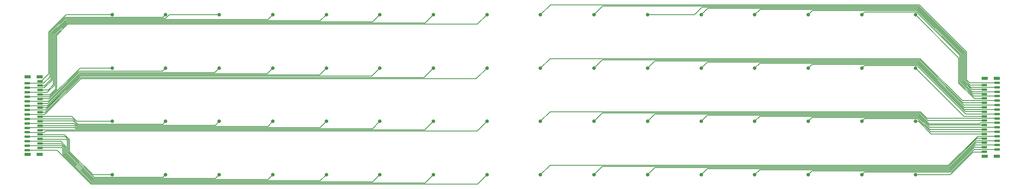
<source format=gbl>
G04 #@! TF.GenerationSoftware,KiCad,Pcbnew,6.0.8+dfsg-1~bpo11+1*
G04 #@! TF.CreationDate,2023-06-21T07:25:59-04:00*
G04 #@! TF.ProjectId,08_padded_interleaved_loose,30385f70-6164-4646-9564-5f696e746572,rev?*
G04 #@! TF.SameCoordinates,Original*
G04 #@! TF.FileFunction,Copper,L2,Bot*
G04 #@! TF.FilePolarity,Positive*
%FSLAX46Y46*%
G04 Gerber Fmt 4.6, Leading zero omitted, Abs format (unit mm)*
G04 Created by KiCad (PCBNEW 6.0.8+dfsg-1~bpo11+1) date 2023-06-21 07:25:59*
%MOMM*%
%LPD*%
G01*
G04 APERTURE LIST*
G04 #@! TA.AperFunction,SMDPad,CuDef*
%ADD10R,1.200000X0.600000*%
G04 #@! TD*
G04 #@! TA.AperFunction,SMDPad,CuDef*
%ADD11R,1.400000X0.800000*%
G04 #@! TD*
G04 #@! TA.AperFunction,ViaPad*
%ADD12C,0.800000*%
G04 #@! TD*
G04 #@! TA.AperFunction,Conductor*
%ADD13C,0.127000*%
G04 #@! TD*
G04 APERTURE END LIST*
D10*
X267500000Y-72625000D03*
X264600000Y-73125000D03*
X267500000Y-73625000D03*
X264600000Y-74125000D03*
X267500000Y-74625000D03*
X264600000Y-75125000D03*
X267500000Y-75625000D03*
X264600000Y-76125000D03*
X267500000Y-76625000D03*
X264600000Y-77125000D03*
X267500000Y-77625000D03*
X264600000Y-78125000D03*
X267500000Y-78625000D03*
X264600000Y-79125000D03*
X267500000Y-79625000D03*
X264600000Y-80125000D03*
X267500000Y-80625000D03*
X264600000Y-81125000D03*
X267500000Y-81625000D03*
X264600000Y-82125000D03*
X267500000Y-82625000D03*
X264600000Y-83125000D03*
X267500000Y-83625000D03*
X264600000Y-84125000D03*
X267500000Y-84625000D03*
X264600000Y-85125000D03*
X267500000Y-85625000D03*
X264600000Y-86125000D03*
X267500000Y-86625000D03*
X264600000Y-87125000D03*
X267500000Y-87625000D03*
X264600000Y-88125000D03*
D11*
X267400000Y-71625000D03*
X264700000Y-71625000D03*
X267400000Y-89125000D03*
X264700000Y-89125000D03*
D10*
X53050000Y-72250000D03*
X50150000Y-72750000D03*
X53050000Y-73250000D03*
X50150000Y-73750000D03*
X53050000Y-74250000D03*
X50150000Y-74750000D03*
X53050000Y-75250000D03*
X50150000Y-75750000D03*
X53050000Y-76250000D03*
X50150000Y-76750000D03*
X53050000Y-77250000D03*
X50150000Y-77750000D03*
X53050000Y-78250000D03*
X50150000Y-78750000D03*
X53050000Y-79250000D03*
X50150000Y-79750000D03*
X53050000Y-80250000D03*
X50150000Y-80750000D03*
X53050000Y-81250000D03*
X50150000Y-81750000D03*
X53050000Y-82250000D03*
X50150000Y-82750000D03*
X53050000Y-83250000D03*
X50150000Y-83750000D03*
X53050000Y-84250000D03*
X50150000Y-84750000D03*
X53050000Y-85250000D03*
X50150000Y-85750000D03*
X53050000Y-86250000D03*
X50150000Y-86750000D03*
X53050000Y-87250000D03*
X50150000Y-87750000D03*
D11*
X52950000Y-71250000D03*
X50250000Y-71250000D03*
X52950000Y-88750000D03*
X50250000Y-88750000D03*
D12*
X69200000Y-57300000D03*
X81200000Y-57300000D03*
X93200000Y-57300000D03*
X105200000Y-57300000D03*
X117200000Y-57300000D03*
X129200000Y-57300000D03*
X141200000Y-57300000D03*
X153200000Y-57300000D03*
X165200000Y-57300000D03*
X177200000Y-57300000D03*
X189200000Y-57300000D03*
X201200000Y-57300000D03*
X213200000Y-57300000D03*
X225200000Y-57300000D03*
X237200000Y-57300000D03*
X249200000Y-57300000D03*
X165200000Y-69300000D03*
X177200000Y-69300000D03*
X189200000Y-69300000D03*
X201200000Y-69300000D03*
X213200000Y-69300000D03*
X225200000Y-69300000D03*
X237200000Y-69300000D03*
X249200000Y-69300000D03*
X165200000Y-81300000D03*
X177200000Y-81300000D03*
X189200000Y-81300000D03*
X201200000Y-81300000D03*
X213200000Y-81300000D03*
X225200000Y-81300000D03*
X237200000Y-81300000D03*
X249200000Y-81300000D03*
X165200000Y-93300000D03*
X177200000Y-93300000D03*
X189200000Y-93300000D03*
X201200000Y-93300000D03*
X213200000Y-93300000D03*
X225200000Y-93300000D03*
X237200000Y-93300000D03*
X249200000Y-93300000D03*
X69200000Y-69300000D03*
X81200000Y-69300000D03*
X93200000Y-69300000D03*
X105200000Y-69300000D03*
X117200000Y-69300000D03*
X129200000Y-69300000D03*
X141200000Y-69300000D03*
X153200000Y-69300000D03*
X69200000Y-81300000D03*
X81200000Y-81300000D03*
X93200000Y-81300000D03*
X105200000Y-81300000D03*
X117200000Y-81300000D03*
X129200000Y-81300000D03*
X141200000Y-81300000D03*
X153200000Y-81300000D03*
X69200000Y-93300000D03*
X81200000Y-93300000D03*
X93200000Y-93300000D03*
X105200000Y-93300000D03*
X117200000Y-93300000D03*
X129200000Y-93300000D03*
X141200000Y-93300000D03*
X153200000Y-93300000D03*
D13*
X53050000Y-72250000D02*
X53350000Y-72250000D01*
X55000000Y-70600000D02*
X55000000Y-61200000D01*
X55000000Y-61200000D02*
X58900000Y-57300000D01*
X58900000Y-57300000D02*
X69200000Y-57300000D01*
X53350000Y-72250000D02*
X55000000Y-70600000D01*
X53831000Y-72750000D02*
X55254000Y-71327000D01*
X50150000Y-72750000D02*
X53831000Y-72750000D01*
X55254000Y-61305210D02*
X58659210Y-57900000D01*
X58659210Y-57900000D02*
X80600000Y-57900000D01*
X55254000Y-71327000D02*
X55254000Y-61305210D01*
X80600000Y-57900000D02*
X81200000Y-57300000D01*
X82035094Y-57300000D02*
X81181094Y-58154000D01*
X58764420Y-58154000D02*
X55508000Y-61410420D01*
X93200000Y-57300000D02*
X82035094Y-57300000D01*
X55508000Y-71892000D02*
X54100000Y-73300000D01*
X54100000Y-73300000D02*
X53000000Y-73300000D01*
X81181094Y-58154000D02*
X58764420Y-58154000D01*
X55508000Y-61410420D02*
X55508000Y-71892000D01*
X105200000Y-57300000D02*
X104092000Y-58408000D01*
X55762000Y-71997210D02*
X54018710Y-73740500D01*
X54018710Y-73740500D02*
X50159500Y-73740500D01*
X58869630Y-58408000D02*
X55762000Y-61515630D01*
X104092000Y-58408000D02*
X58869630Y-58408000D01*
X55762000Y-61515630D02*
X55762000Y-71997210D01*
X56016000Y-73084000D02*
X54900000Y-74200000D01*
X56016000Y-61620840D02*
X56016000Y-73084000D01*
X54900000Y-74200000D02*
X53100000Y-74200000D01*
X58974840Y-58662000D02*
X56016000Y-61620840D01*
X115838000Y-58662000D02*
X58974840Y-58662000D01*
X117200000Y-57300000D02*
X115838000Y-58662000D01*
X54699710Y-74759500D02*
X50159500Y-74759500D01*
X127584000Y-58916000D02*
X59080050Y-58916000D01*
X56270000Y-61726050D02*
X56270000Y-73189210D01*
X129200000Y-57300000D02*
X127584000Y-58916000D01*
X59080050Y-58916000D02*
X56270000Y-61726050D01*
X56270000Y-73189210D02*
X54699710Y-74759500D01*
X56524000Y-74076000D02*
X55300000Y-75300000D01*
X59155260Y-59200000D02*
X56524000Y-61831260D01*
X53200000Y-75300000D02*
X53100000Y-75200000D01*
X141200000Y-57300000D02*
X139300000Y-59200000D01*
X56524000Y-61831260D02*
X56524000Y-74076000D01*
X55300000Y-75300000D02*
X53200000Y-75300000D01*
X139300000Y-59200000D02*
X59155260Y-59200000D01*
X151046000Y-59454000D02*
X59260470Y-59454000D01*
X55199710Y-75759500D02*
X50159500Y-75759500D01*
X153200000Y-57300000D02*
X151046000Y-59454000D01*
X56778000Y-74181210D02*
X55199710Y-75759500D01*
X56778000Y-61936470D02*
X56778000Y-74181210D01*
X59260470Y-59454000D02*
X56778000Y-61936470D01*
X167416000Y-55084000D02*
X250039260Y-55084000D01*
X260678000Y-71963530D02*
X261314470Y-72600000D01*
X260678000Y-65722740D02*
X260678000Y-71963530D01*
X165200000Y-57300000D02*
X167416000Y-55084000D01*
X261314470Y-72600000D02*
X267600000Y-72600000D01*
X250039260Y-55084000D02*
X260678000Y-65722740D01*
X249934050Y-55338000D02*
X260424000Y-65827950D01*
X260424000Y-72068740D02*
X261455260Y-73100000D01*
X177200000Y-57300000D02*
X179162000Y-55338000D01*
X260424000Y-65827950D02*
X260424000Y-72068740D01*
X261455260Y-73100000D02*
X264800000Y-73100000D01*
X179162000Y-55338000D02*
X249934050Y-55338000D01*
X261611550Y-73615500D02*
X267484500Y-73615500D01*
X260170000Y-65933160D02*
X260170000Y-72173950D01*
X260170000Y-72173950D02*
X261611550Y-73615500D01*
X189200000Y-57300000D02*
X199700000Y-57300000D01*
X199700000Y-57300000D02*
X201408000Y-55592000D01*
X201408000Y-55592000D02*
X249828840Y-55592000D01*
X249828840Y-55592000D02*
X260170000Y-65933160D01*
X261736840Y-74100000D02*
X264700000Y-74100000D01*
X259916000Y-66038370D02*
X259916000Y-72279160D01*
X202654000Y-55846000D02*
X249723630Y-55846000D01*
X249723630Y-55846000D02*
X259916000Y-66038370D01*
X201200000Y-57300000D02*
X202654000Y-55846000D01*
X259916000Y-72279160D02*
X261736840Y-74100000D01*
X261893130Y-74615500D02*
X267484500Y-74615500D01*
X213200000Y-57300000D02*
X214400000Y-56100000D01*
X259662000Y-72384370D02*
X261893130Y-74615500D01*
X214400000Y-56100000D02*
X249618420Y-56100000D01*
X259662000Y-66143580D02*
X259662000Y-72384370D01*
X249618420Y-56100000D02*
X259662000Y-66143580D01*
X259408000Y-66248790D02*
X259408000Y-72489580D01*
X225200000Y-57300000D02*
X226100000Y-56400000D01*
X249559210Y-56400000D02*
X259408000Y-66248790D01*
X259408000Y-72489580D02*
X262018420Y-75100000D01*
X262018420Y-75100000D02*
X264600000Y-75100000D01*
X226100000Y-56400000D02*
X249559210Y-56400000D01*
X262174710Y-75615500D02*
X267684500Y-75615500D01*
X237200000Y-57300000D02*
X237800000Y-56700000D01*
X237800000Y-56700000D02*
X249500000Y-56700000D01*
X259154000Y-66354000D02*
X259154000Y-72594790D01*
X259154000Y-72594790D02*
X262174710Y-75615500D01*
X249500000Y-56700000D02*
X259154000Y-66354000D01*
X258900000Y-67000000D02*
X258900000Y-72700000D01*
X249200000Y-57300000D02*
X258900000Y-67000000D01*
X262400000Y-76200000D02*
X264600000Y-76200000D01*
X258900000Y-72700000D02*
X262400000Y-76200000D01*
X165200000Y-69300000D02*
X167324000Y-67176000D01*
X259689760Y-76634500D02*
X267265500Y-76634500D01*
X250231260Y-67176000D02*
X259689760Y-76634500D01*
X167324000Y-67176000D02*
X250231260Y-67176000D01*
X267265500Y-76634500D02*
X267300000Y-76600000D01*
X250126050Y-67430000D02*
X259796050Y-77100000D01*
X259796050Y-77100000D02*
X264700000Y-77100000D01*
X177200000Y-69300000D02*
X179070000Y-67430000D01*
X179070000Y-67430000D02*
X250126050Y-67430000D01*
X190816000Y-67684000D02*
X250020840Y-67684000D01*
X267465500Y-77634500D02*
X267500000Y-77600000D01*
X250020840Y-67684000D02*
X259971340Y-77634500D01*
X259971340Y-77634500D02*
X267465500Y-77634500D01*
X189200000Y-69300000D02*
X190816000Y-67684000D01*
X201200000Y-69300000D02*
X202562000Y-67938000D01*
X249915630Y-67938000D02*
X260077630Y-78100000D01*
X202562000Y-67938000D02*
X249915630Y-67938000D01*
X260077630Y-78100000D02*
X264600000Y-78100000D01*
X213200000Y-69300000D02*
X214308000Y-68192000D01*
X249810420Y-68192000D02*
X260233920Y-78615500D01*
X260233920Y-78615500D02*
X267584500Y-78615500D01*
X214308000Y-68192000D02*
X249810420Y-68192000D01*
X260359210Y-79100000D02*
X264700000Y-79100000D01*
X249705210Y-68446000D02*
X260359210Y-79100000D01*
X225200000Y-69300000D02*
X226054000Y-68446000D01*
X226054000Y-68446000D02*
X249705210Y-68446000D01*
X237200000Y-69300000D02*
X237800000Y-68700000D01*
X260515500Y-79615500D02*
X267484500Y-79615500D01*
X249600000Y-68700000D02*
X260515500Y-79615500D01*
X237800000Y-68700000D02*
X249600000Y-68700000D01*
X249200000Y-69300000D02*
X260100000Y-80200000D01*
X260100000Y-80200000D02*
X264600000Y-80200000D01*
X251774710Y-80615500D02*
X267484500Y-80615500D01*
X250335210Y-79176000D02*
X251774710Y-80615500D01*
X167324000Y-79176000D02*
X250335210Y-79176000D01*
X165200000Y-81300000D02*
X167324000Y-79176000D01*
X179070000Y-79430000D02*
X250230000Y-79430000D01*
X251900000Y-81100000D02*
X264700000Y-81100000D01*
X177200000Y-81300000D02*
X179070000Y-79430000D01*
X250230000Y-79430000D02*
X251900000Y-81100000D01*
X250120840Y-79684000D02*
X252282840Y-81846000D01*
X190816000Y-79684000D02*
X250120840Y-79684000D01*
X263554000Y-81846000D02*
X263784500Y-81615500D01*
X189200000Y-81300000D02*
X190816000Y-79684000D01*
X252282840Y-81846000D02*
X263554000Y-81846000D01*
X263784500Y-81615500D02*
X267584500Y-81615500D01*
X202562000Y-79938000D02*
X250015630Y-79938000D01*
X250015630Y-79938000D02*
X252177630Y-82100000D01*
X201200000Y-81300000D02*
X202562000Y-79938000D01*
X252177630Y-82100000D02*
X264600000Y-82100000D01*
X213200000Y-81300000D02*
X214308000Y-80192000D01*
X252333920Y-82615500D02*
X267484500Y-82615500D01*
X214308000Y-80192000D02*
X249910420Y-80192000D01*
X249910420Y-80192000D02*
X252333920Y-82615500D01*
X249805210Y-80446000D02*
X252459210Y-83100000D01*
X225200000Y-81300000D02*
X226054000Y-80446000D01*
X226054000Y-80446000D02*
X249805210Y-80446000D01*
X252459210Y-83100000D02*
X264700000Y-83100000D01*
X237800000Y-80700000D02*
X249700000Y-80700000D01*
X249700000Y-80700000D02*
X249700000Y-80740790D01*
X249700000Y-80740790D02*
X252593710Y-83634500D01*
X237200000Y-81300000D02*
X237800000Y-80700000D01*
X252593710Y-83634500D02*
X267565500Y-83634500D01*
X252700000Y-84100000D02*
X264600000Y-84100000D01*
X249900000Y-81300000D02*
X252700000Y-84100000D01*
X249200000Y-81300000D02*
X249900000Y-81300000D01*
X256609530Y-91176000D02*
X263170030Y-84615500D01*
X263170030Y-84615500D02*
X267584500Y-84615500D01*
X167324000Y-91176000D02*
X256609530Y-91176000D01*
X165200000Y-93300000D02*
X167324000Y-91176000D01*
X256714740Y-91430000D02*
X263044740Y-85100000D01*
X263044740Y-85100000D02*
X264700000Y-85100000D01*
X179070000Y-91430000D02*
X256714740Y-91430000D01*
X177200000Y-93300000D02*
X179070000Y-91430000D01*
X262869450Y-85634500D02*
X267565500Y-85634500D01*
X189200000Y-93300000D02*
X190816000Y-91684000D01*
X256819950Y-91684000D02*
X262869450Y-85634500D01*
X190816000Y-91684000D02*
X256819950Y-91684000D01*
X256925160Y-91938000D02*
X262763160Y-86100000D01*
X262763160Y-86100000D02*
X264700000Y-86100000D01*
X201200000Y-93300000D02*
X202562000Y-91938000D01*
X202562000Y-91938000D02*
X256925160Y-91938000D01*
X262606870Y-86615500D02*
X267484500Y-86615500D01*
X213200000Y-93300000D02*
X214308000Y-92192000D01*
X257030370Y-92192000D02*
X262606870Y-86615500D01*
X214308000Y-92192000D02*
X257030370Y-92192000D01*
X225200000Y-93300000D02*
X226054000Y-92446000D01*
X257135580Y-92446000D02*
X262481580Y-87100000D01*
X262481580Y-87100000D02*
X264700000Y-87100000D01*
X226054000Y-92446000D02*
X257135580Y-92446000D01*
X262325290Y-87615500D02*
X267584500Y-87615500D01*
X237200000Y-93300000D02*
X237800000Y-92700000D01*
X237800000Y-92700000D02*
X257240790Y-92700000D01*
X257240790Y-92700000D02*
X262325290Y-87615500D01*
X262100000Y-88200000D02*
X264800000Y-88200000D01*
X257000000Y-93300000D02*
X262100000Y-88200000D01*
X249200000Y-93300000D02*
X257000000Y-93300000D01*
X55118420Y-76200000D02*
X53000000Y-76200000D01*
X69200000Y-69300000D02*
X62018420Y-69300000D01*
X62018420Y-69300000D02*
X55118420Y-76200000D01*
X80500000Y-70000000D02*
X61677630Y-70000000D01*
X81200000Y-69300000D02*
X80500000Y-70000000D01*
X61677630Y-70000000D02*
X54918130Y-76759500D01*
X54918130Y-76759500D02*
X50140500Y-76759500D01*
X93200000Y-69300000D02*
X92200000Y-70300000D01*
X61736840Y-70300000D02*
X54736840Y-77300000D01*
X92200000Y-70300000D02*
X61736840Y-70300000D01*
X54736840Y-77300000D02*
X53000000Y-77300000D01*
X54636550Y-77759500D02*
X50140500Y-77759500D01*
X105200000Y-69300000D02*
X103946000Y-70554000D01*
X103946000Y-70554000D02*
X61842050Y-70554000D01*
X61842050Y-70554000D02*
X54636550Y-77759500D01*
X61947260Y-70808000D02*
X54555260Y-78200000D01*
X117200000Y-69300000D02*
X115692000Y-70808000D01*
X54555260Y-78200000D02*
X53100000Y-78200000D01*
X115692000Y-70808000D02*
X61947260Y-70808000D01*
X127400000Y-71100000D02*
X62014470Y-71100000D01*
X129200000Y-69300000D02*
X127400000Y-71100000D01*
X62014470Y-71100000D02*
X54354970Y-78759500D01*
X54354970Y-78759500D02*
X50159500Y-78759500D01*
X54273680Y-79200000D02*
X53000000Y-79200000D01*
X141200000Y-69300000D02*
X139100000Y-71400000D01*
X62073680Y-71400000D02*
X54273680Y-79200000D01*
X139100000Y-71400000D02*
X62073680Y-71400000D01*
X54073390Y-79759500D02*
X50159500Y-79759500D01*
X62178890Y-71654000D02*
X54073390Y-79759500D01*
X136354000Y-71654000D02*
X62178890Y-71654000D01*
X150800000Y-71700000D02*
X136400000Y-71700000D01*
X136400000Y-71700000D02*
X136354000Y-71654000D01*
X153200000Y-69300000D02*
X150800000Y-71700000D01*
X69200000Y-81300000D02*
X61300000Y-81300000D01*
X61300000Y-81300000D02*
X60200000Y-80200000D01*
X60200000Y-80200000D02*
X52900000Y-80200000D01*
X61540790Y-81900000D02*
X60400290Y-80759500D01*
X50240500Y-80759500D02*
X50200000Y-80800000D01*
X60400290Y-80759500D02*
X50240500Y-80759500D01*
X81200000Y-81300000D02*
X80600000Y-81900000D01*
X80600000Y-81900000D02*
X61540790Y-81900000D01*
X92346000Y-82154000D02*
X61435580Y-82154000D01*
X60481580Y-81200000D02*
X53000000Y-81200000D01*
X93200000Y-81300000D02*
X92346000Y-82154000D01*
X61435580Y-82154000D02*
X60481580Y-81200000D01*
X60681870Y-81759500D02*
X50159500Y-81759500D01*
X104092000Y-82408000D02*
X61330370Y-82408000D01*
X105200000Y-81300000D02*
X104092000Y-82408000D01*
X61330370Y-82408000D02*
X60681870Y-81759500D01*
X60831580Y-82268420D02*
X53031580Y-82268420D01*
X103262000Y-82662000D02*
X61225160Y-82662000D01*
X117200000Y-81300000D02*
X115800000Y-82700000D01*
X115800000Y-82700000D02*
X103300000Y-82700000D01*
X103300000Y-82700000D02*
X103262000Y-82662000D01*
X61225160Y-82662000D02*
X60831580Y-82268420D01*
X101338000Y-82954000D02*
X101300000Y-82916000D01*
X129200000Y-81300000D02*
X127546000Y-82954000D01*
X61116000Y-82916000D02*
X60800000Y-82600000D01*
X60800000Y-82600000D02*
X60659500Y-82740500D01*
X101300000Y-82916000D02*
X61116000Y-82916000D01*
X127546000Y-82954000D02*
X101338000Y-82954000D01*
X60659500Y-82740500D02*
X50140500Y-82740500D01*
X141200000Y-81300000D02*
X139292000Y-83208000D01*
X139292000Y-83208000D02*
X53108000Y-83208000D01*
X53108000Y-83208000D02*
X53100000Y-83200000D01*
X54338000Y-83462000D02*
X54000000Y-83800000D01*
X153200000Y-81300000D02*
X151038000Y-83462000D01*
X151038000Y-83462000D02*
X54338000Y-83462000D01*
X53959500Y-83759500D02*
X50159500Y-83759500D01*
X54000000Y-83800000D02*
X53959500Y-83759500D01*
X69200000Y-93300000D02*
X64900000Y-93300000D01*
X64900000Y-93300000D02*
X59700000Y-88100000D01*
X59700000Y-85400000D02*
X58600000Y-84300000D01*
X58600000Y-84300000D02*
X53000000Y-84300000D01*
X59700000Y-88100000D02*
X59700000Y-85400000D01*
X58700290Y-84759500D02*
X50159500Y-84759500D01*
X81200000Y-93300000D02*
X80600000Y-93900000D01*
X80600000Y-93900000D02*
X65140790Y-93900000D01*
X65140790Y-93900000D02*
X59446000Y-88205210D01*
X59446000Y-88205210D02*
X59446000Y-85505210D01*
X59446000Y-85505210D02*
X58700290Y-84759500D01*
X93200000Y-93300000D02*
X92346000Y-94154000D01*
X58881580Y-85300000D02*
X53000000Y-85300000D01*
X59192000Y-85610420D02*
X58881580Y-85300000D01*
X59192000Y-88310420D02*
X59192000Y-85610420D01*
X92346000Y-94154000D02*
X65035580Y-94154000D01*
X65035580Y-94154000D02*
X59192000Y-88310420D01*
X58938000Y-87000000D02*
X57697500Y-85759500D01*
X64930370Y-94408000D02*
X58938000Y-88415630D01*
X105200000Y-93300000D02*
X104092000Y-94408000D01*
X57697500Y-85759500D02*
X50240500Y-85759500D01*
X58938000Y-88415630D02*
X58938000Y-87000000D01*
X104092000Y-94408000D02*
X64930370Y-94408000D01*
X50240500Y-85759500D02*
X50200000Y-85800000D01*
X115838000Y-94662000D02*
X64825160Y-94662000D01*
X117200000Y-93300000D02*
X115838000Y-94662000D01*
X64825160Y-94662000D02*
X58684000Y-88520840D01*
X58684000Y-87105210D02*
X57878790Y-86300000D01*
X58684000Y-88520840D02*
X58684000Y-87105210D01*
X57878790Y-86300000D02*
X53000000Y-86300000D01*
X58430000Y-88626050D02*
X58430000Y-87210420D01*
X129200000Y-93300000D02*
X127584000Y-94916000D01*
X127584000Y-94916000D02*
X64719950Y-94916000D01*
X57979080Y-86759500D02*
X50359500Y-86759500D01*
X50359500Y-86759500D02*
X50300000Y-86700000D01*
X58430000Y-87210420D02*
X57979080Y-86759500D01*
X64719950Y-94916000D02*
X58430000Y-88626050D01*
X57976000Y-87200000D02*
X52900000Y-87200000D01*
X58176000Y-88731260D02*
X58176000Y-87400000D01*
X58176000Y-87400000D02*
X57976000Y-87200000D01*
X139330000Y-95170000D02*
X64614740Y-95170000D01*
X64614740Y-95170000D02*
X58176000Y-88731260D01*
X141200000Y-93300000D02*
X139330000Y-95170000D01*
X151076000Y-95424000D02*
X64509530Y-95424000D01*
X153200000Y-93300000D02*
X151076000Y-95424000D01*
X56885530Y-87800000D02*
X50200000Y-87800000D01*
X64509530Y-95424000D02*
X56885530Y-87800000D01*
M02*

</source>
